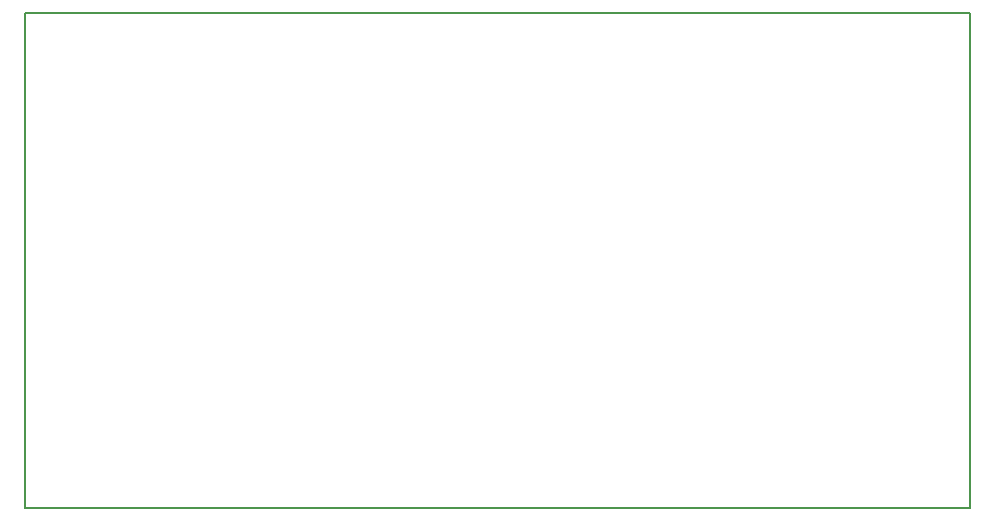
<source format=gm1>
G04 #@! TF.FileFunction,Profile,NP*
%FSLAX46Y46*%
G04 Gerber Fmt 4.6, Leading zero omitted, Abs format (unit mm)*
G04 Created by KiCad (PCBNEW 4.0.7) date Monday 10 September 2018 20:38:50*
%MOMM*%
%LPD*%
G01*
G04 APERTURE LIST*
%ADD10C,0.100000*%
%ADD11C,0.150000*%
G04 APERTURE END LIST*
D10*
D11*
X132080000Y-36830000D02*
X132080000Y-78740000D01*
X212090000Y-36830000D02*
X132080000Y-36830000D01*
X212090000Y-78740000D02*
X212090000Y-36830000D01*
X132080000Y-78740000D02*
X212090000Y-78740000D01*
M02*

</source>
